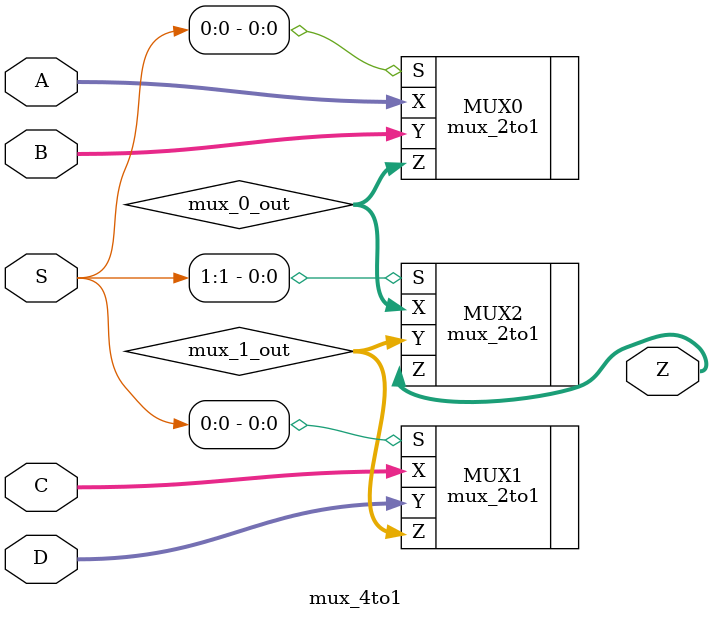
<source format=v>
`timescale 1ns / 1ps
`default_nettype none //helps catch typo-related bugs
module mux_4to1(A,B,C,D,S,Z);

	//port definitions - customize for different bit widths
	input wire [31:0] A,B,C,D; // 4 32 bit input buses
	input wire [1:0] S; // 2 bit signal select bus
	output wire [31:0] Z; // one 32 bit output bus
	
	
	//instantiate hardware
   wire [31:0] mux_0_out , mux_1_out;
	mux_2to1 MUX0 (.X(A) , .Y(B) , .S(S[0]) , .Z(mux_0_out));
	mux_2to1 MUX1 (.X(C) , .Y(D) , .S(S[0]) , .Z(mux_1_out));
	mux_2to1 MUX2 (.X(mux_0_out) , .Y(mux_1_out) , .S(S[1]), .Z(Z));
	
endmodule
`default_nettype wire //some Xilinx IP requires that the default_nettype be set to wire

</source>
